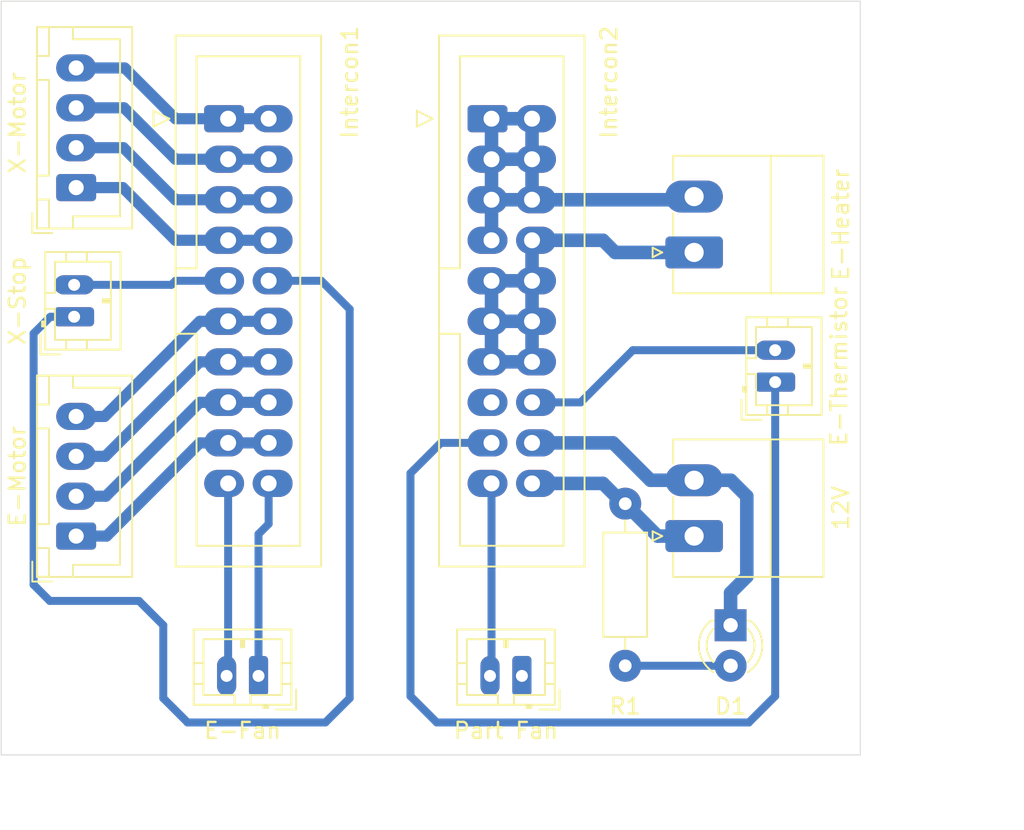
<source format=kicad_pcb>
(kicad_pcb (version 20171130) (host pcbnew "(5.1.7)-1")

  (general
    (thickness 1.6)
    (drawings 6)
    (tracks 87)
    (zones 0)
    (modules 14)
    (nets 23)
  )

  (page A4)
  (layers
    (0 F.Cu signal)
    (31 B.Cu signal)
    (32 B.Adhes user)
    (33 F.Adhes user)
    (34 B.Paste user)
    (35 F.Paste user)
    (36 B.SilkS user)
    (37 F.SilkS user)
    (38 B.Mask user)
    (39 F.Mask user)
    (40 Dwgs.User user)
    (41 Cmts.User user)
    (42 Eco1.User user)
    (43 Eco2.User user)
    (44 Edge.Cuts user)
    (45 Margin user)
    (46 B.CrtYd user)
    (47 F.CrtYd user)
    (48 B.Fab user)
    (49 F.Fab user)
  )

  (setup
    (last_trace_width 0.5)
    (trace_clearance 0.5)
    (zone_clearance 0.508)
    (zone_45_only no)
    (trace_min 0.2)
    (via_size 0.8)
    (via_drill 0.4)
    (via_min_size 0.4)
    (via_min_drill 0.3)
    (uvia_size 0.3)
    (uvia_drill 0.1)
    (uvias_allowed no)
    (uvia_min_size 0.2)
    (uvia_min_drill 0.1)
    (edge_width 0.05)
    (segment_width 0.2)
    (pcb_text_width 0.3)
    (pcb_text_size 1.5 1.5)
    (mod_edge_width 0.12)
    (mod_text_size 1 1)
    (mod_text_width 0.15)
    (pad_size 2 3.6)
    (pad_drill 1.2)
    (pad_to_mask_clearance 0)
    (aux_axis_origin 0 0)
    (visible_elements FFFFFF7F)
    (pcbplotparams
      (layerselection 0x010fc_ffffffff)
      (usegerberextensions false)
      (usegerberattributes true)
      (usegerberadvancedattributes true)
      (creategerberjobfile true)
      (excludeedgelayer true)
      (linewidth 0.100000)
      (plotframeref false)
      (viasonmask false)
      (mode 1)
      (useauxorigin false)
      (hpglpennumber 1)
      (hpglpenspeed 20)
      (hpglpendiameter 15.000000)
      (psnegative false)
      (psa4output false)
      (plotreference true)
      (plotvalue true)
      (plotinvisibletext false)
      (padsonsilk false)
      (subtractmaskfromsilk false)
      (outputformat 1)
      (mirror false)
      (drillshape 1)
      (scaleselection 1)
      (outputdirectory ""))
  )

  (net 0 "")
  (net 1 "Net-(D1-Pad2)")
  (net 2 GND)
  (net 3 "Net-(J1-Pad4)")
  (net 4 "Net-(J1-Pad3)")
  (net 5 "Net-(J1-Pad2)")
  (net 6 "Net-(J1-Pad1)")
  (net 7 "Net-(J2-Pad2)")
  (net 8 "Net-(J2-Pad1)")
  (net 9 "Net-(J3-Pad20)")
  (net 10 "Net-(J3-Pad17)")
  (net 11 "Net-(J3-Pad15)")
  (net 12 "Net-(J3-Pad13)")
  (net 13 "Net-(J3-Pad11)")
  (net 14 "Net-(J3-Pad19)")
  (net 15 "Net-(J6-Pad2)")
  (net 16 "Net-(J6-Pad1)")
  (net 17 +12V)
  (net 18 "Net-(J7-Pad16)")
  (net 19 "Net-(J7-Pad19)")
  (net 20 "Net-(J7-Pad17)")
  (net 21 "Net-(J8-Pad1)")
  (net 22 "Net-(J7-Pad15)")

  (net_class Default "This is the default net class."
    (clearance 0.5)
    (trace_width 0.5)
    (via_dia 0.8)
    (via_drill 0.4)
    (uvia_dia 0.3)
    (uvia_drill 0.1)
    (add_net "Net-(D1-Pad2)")
    (add_net "Net-(J2-Pad1)")
    (add_net "Net-(J2-Pad2)")
    (add_net "Net-(J3-Pad19)")
    (add_net "Net-(J3-Pad20)")
    (add_net "Net-(J7-Pad15)")
    (add_net "Net-(J7-Pad16)")
    (add_net "Net-(J7-Pad17)")
    (add_net "Net-(J7-Pad19)")
    (add_net "Net-(J8-Pad1)")
  )

  (net_class 12V ""
    (clearance 0.5)
    (trace_width 0.85)
    (via_dia 0.8)
    (via_drill 0.4)
    (uvia_dia 0.3)
    (uvia_drill 0.1)
    (add_net +12V)
    (add_net GND)
  )

  (net_class Heater ""
    (clearance 0.5)
    (trace_width 0.85)
    (via_dia 0.8)
    (via_drill 0.4)
    (uvia_dia 0.3)
    (uvia_drill 0.1)
    (add_net "Net-(J6-Pad1)")
    (add_net "Net-(J6-Pad2)")
  )

  (net_class Motor ""
    (clearance 0.5)
    (trace_width 0.7)
    (via_dia 0.8)
    (via_drill 0.4)
    (uvia_dia 0.3)
    (uvia_drill 0.1)
    (add_net "Net-(J1-Pad1)")
    (add_net "Net-(J1-Pad2)")
    (add_net "Net-(J1-Pad3)")
    (add_net "Net-(J1-Pad4)")
    (add_net "Net-(J3-Pad11)")
    (add_net "Net-(J3-Pad13)")
    (add_net "Net-(J3-Pad15)")
    (add_net "Net-(J3-Pad17)")
  )

  (module MountingHole:MountingHole_3.2mm_M3 (layer F.Cu) (tedit 6016D19F) (tstamp 601758CB)
    (at 93.98 28.448)
    (descr "Mounting Hole 3.2mm, no annular, M3")
    (tags "mounting hole 3.2mm no annular m3")
    (attr virtual)
    (fp_text reference REF** (at 0 -4.2) (layer F.SilkS) hide
      (effects (font (size 1 1) (thickness 0.15)))
    )
    (fp_text value MountingHole_3.2mm_M3 (at 0 4.2) (layer F.Fab) hide
      (effects (font (size 1 1) (thickness 0.15)))
    )
    (fp_circle (center 0 0) (end 3.45 0) (layer F.CrtYd) (width 0.05))
    (fp_circle (center 0 0) (end 3.2 0) (layer Cmts.User) (width 0.15))
    (fp_text user %R (at 0.3 0) (layer F.Fab)
      (effects (font (size 1 1) (thickness 0.15)))
    )
    (pad "" np_thru_hole circle (at 0 0) (size 3.2 3.2) (drill 3.2) (layers *.Cu *.Mask))
  )

  (module MountingHole:MountingHole_3.2mm_M3 (layer F.Cu) (tedit 6016D19F) (tstamp 601758A8)
    (at 48.26 67.564)
    (descr "Mounting Hole 3.2mm, no annular, M3")
    (tags "mounting hole 3.2mm no annular m3")
    (attr virtual)
    (fp_text reference REF** (at 0 -4.2) (layer F.SilkS) hide
      (effects (font (size 1 1) (thickness 0.15)))
    )
    (fp_text value MountingHole_3.2mm_M3 (at 0 4.2) (layer F.Fab) hide
      (effects (font (size 1 1) (thickness 0.15)))
    )
    (fp_text user %R (at 0.3 2.032) (layer F.Fab)
      (effects (font (size 1 1) (thickness 0.15)))
    )
    (fp_circle (center 0 0) (end 3.2 0) (layer Cmts.User) (width 0.15))
    (fp_circle (center 0 0) (end 3.45 0) (layer F.CrtYd) (width 0.05))
    (pad "" np_thru_hole circle (at 0 0) (size 3.2 3.2) (drill 3.2) (layers *.Cu *.Mask))
  )

  (module Connector_IDC:IDC-Header_2x10_P2.54mm_Vertical (layer F.Cu) (tedit 6016D398) (tstamp 6016F6C5)
    (at 58.42 31.75)
    (descr "Through hole IDC box header, 2x10, 2.54mm pitch, DIN 41651 / IEC 60603-13, double rows, https://docs.google.com/spreadsheets/d/16SsEcesNF15N3Lb4niX7dcUr-NY5_MFPQhobNuNppn4/edit#gid=0")
    (tags "Through hole vertical IDC box header THT 2x10 2.54mm double row")
    (path /6016C7E5)
    (fp_text reference J3 (at 1.27 -6.1) (layer F.SilkS) hide
      (effects (font (size 1 1) (thickness 0.15)))
    )
    (fp_text value Intercon1 (at 7.62 -2.286 90) (layer F.SilkS)
      (effects (font (size 1 1) (thickness 0.15)))
    )
    (fp_text user %R (at 1.27 11.43 90) (layer F.Fab)
      (effects (font (size 1 1) (thickness 0.15)))
    )
    (fp_line (start -3.18 -4.1) (end -2.18 -5.1) (layer F.Fab) (width 0.1))
    (fp_line (start -2.18 -5.1) (end 5.72 -5.1) (layer F.Fab) (width 0.1))
    (fp_line (start 5.72 -5.1) (end 5.72 27.96) (layer F.Fab) (width 0.1))
    (fp_line (start 5.72 27.96) (end -3.18 27.96) (layer F.Fab) (width 0.1))
    (fp_line (start -3.18 27.96) (end -3.18 -4.1) (layer F.Fab) (width 0.1))
    (fp_line (start -3.18 9.38) (end -1.98 9.38) (layer F.Fab) (width 0.1))
    (fp_line (start -1.98 9.38) (end -1.98 -3.91) (layer F.Fab) (width 0.1))
    (fp_line (start -1.98 -3.91) (end 4.52 -3.91) (layer F.Fab) (width 0.1))
    (fp_line (start 4.52 -3.91) (end 4.52 26.77) (layer F.Fab) (width 0.1))
    (fp_line (start 4.52 26.77) (end -1.98 26.77) (layer F.Fab) (width 0.1))
    (fp_line (start -1.98 26.77) (end -1.98 13.48) (layer F.Fab) (width 0.1))
    (fp_line (start -1.98 13.48) (end -1.98 13.48) (layer F.Fab) (width 0.1))
    (fp_line (start -1.98 13.48) (end -3.18 13.48) (layer F.Fab) (width 0.1))
    (fp_line (start -3.29 -5.21) (end 5.83 -5.21) (layer F.SilkS) (width 0.12))
    (fp_line (start 5.83 -5.21) (end 5.83 28.07) (layer F.SilkS) (width 0.12))
    (fp_line (start 5.83 28.07) (end -3.29 28.07) (layer F.SilkS) (width 0.12))
    (fp_line (start -3.29 28.07) (end -3.29 -5.21) (layer F.SilkS) (width 0.12))
    (fp_line (start -3.29 9.38) (end -1.98 9.38) (layer F.SilkS) (width 0.12))
    (fp_line (start -1.98 9.38) (end -1.98 -3.91) (layer F.SilkS) (width 0.12))
    (fp_line (start -1.98 -3.91) (end 4.52 -3.91) (layer F.SilkS) (width 0.12))
    (fp_line (start 4.52 -3.91) (end 4.52 26.77) (layer F.SilkS) (width 0.12))
    (fp_line (start 4.52 26.77) (end -1.98 26.77) (layer F.SilkS) (width 0.12))
    (fp_line (start -1.98 26.77) (end -1.98 13.48) (layer F.SilkS) (width 0.12))
    (fp_line (start -1.98 13.48) (end -1.98 13.48) (layer F.SilkS) (width 0.12))
    (fp_line (start -1.98 13.48) (end -3.29 13.48) (layer F.SilkS) (width 0.12))
    (fp_line (start -3.68 0) (end -4.68 -0.5) (layer F.SilkS) (width 0.12))
    (fp_line (start -4.68 -0.5) (end -4.68 0.5) (layer F.SilkS) (width 0.12))
    (fp_line (start -4.68 0.5) (end -3.68 0) (layer F.SilkS) (width 0.12))
    (fp_line (start -3.68 -5.6) (end -3.68 28.46) (layer F.CrtYd) (width 0.05))
    (fp_line (start -3.68 28.46) (end 6.22 28.46) (layer F.CrtYd) (width 0.05))
    (fp_line (start 6.22 28.46) (end 6.22 -5.6) (layer F.CrtYd) (width 0.05))
    (fp_line (start 6.22 -5.6) (end -3.68 -5.6) (layer F.CrtYd) (width 0.05))
    (pad 20 thru_hole oval (at 2.54 22.86) (size 2.5 1.7) (drill 1 (offset 0.25 0)) (layers *.Cu *.Mask)
      (net 9 "Net-(J3-Pad20)"))
    (pad 18 thru_hole oval (at 2.54 20.32) (size 2.5 1.7) (drill 1 (offset 0.25 0)) (layers *.Cu *.Mask)
      (net 10 "Net-(J3-Pad17)"))
    (pad 16 thru_hole oval (at 2.54 17.78) (size 2.5 1.7) (drill 1 (offset 0.25 0)) (layers *.Cu *.Mask)
      (net 11 "Net-(J3-Pad15)"))
    (pad 14 thru_hole oval (at 2.54 15.24) (size 2.5 1.7) (drill 1 (offset 0.25 0)) (layers *.Cu *.Mask)
      (net 12 "Net-(J3-Pad13)"))
    (pad 12 thru_hole oval (at 2.54 12.7) (size 2.5 1.7) (drill 1 (offset 0.25 0)) (layers *.Cu *.Mask)
      (net 13 "Net-(J3-Pad11)"))
    (pad 10 thru_hole oval (at 2.54 10.16) (size 2.5 1.7) (drill 1 (offset 0.25 0)) (layers *.Cu *.Mask)
      (net 8 "Net-(J2-Pad1)"))
    (pad 8 thru_hole oval (at 2.54 7.62) (size 2.5 1.7) (drill 1 (offset 0.25 0)) (layers *.Cu *.Mask)
      (net 6 "Net-(J1-Pad1)"))
    (pad 6 thru_hole oval (at 2.54 5.08) (size 2.5 1.7) (drill 1 (offset 0.25 0)) (layers *.Cu *.Mask)
      (net 5 "Net-(J1-Pad2)"))
    (pad 4 thru_hole oval (at 2.54 2.54) (size 2.5 1.7) (drill 1 (offset 0.25 0)) (layers *.Cu *.Mask)
      (net 4 "Net-(J1-Pad3)"))
    (pad 2 thru_hole oval (at 2.54 0) (size 2.5 1.7) (drill 1 (offset 0.25 0)) (layers *.Cu *.Mask)
      (net 3 "Net-(J1-Pad4)"))
    (pad 19 thru_hole oval (at 0 22.86) (size 2.5 1.7) (drill 1 (offset -0.25 0)) (layers *.Cu *.Mask)
      (net 14 "Net-(J3-Pad19)"))
    (pad 17 thru_hole oval (at 0 20.32) (size 2.5 1.7) (drill 1 (offset -0.25 0)) (layers *.Cu *.Mask)
      (net 10 "Net-(J3-Pad17)"))
    (pad 15 thru_hole oval (at 0 17.78) (size 2.5 1.7) (drill 1 (offset -0.25 0)) (layers *.Cu *.Mask)
      (net 11 "Net-(J3-Pad15)"))
    (pad 13 thru_hole oval (at 0 15.24) (size 2.5 1.7) (drill 1 (offset -0.25 0)) (layers *.Cu *.Mask)
      (net 12 "Net-(J3-Pad13)"))
    (pad 11 thru_hole oval (at 0 12.7) (size 2.5 1.7) (drill 1 (offset -0.25 0)) (layers *.Cu *.Mask)
      (net 13 "Net-(J3-Pad11)"))
    (pad 9 thru_hole oval (at 0 10.16) (size 2.5 1.7) (drill 1 (offset -0.25 0)) (layers *.Cu *.Mask)
      (net 7 "Net-(J2-Pad2)"))
    (pad 7 thru_hole oval (at 0 7.62) (size 2.5 1.7) (drill 1 (offset -0.25 0)) (layers *.Cu *.Mask)
      (net 6 "Net-(J1-Pad1)"))
    (pad 5 thru_hole oval (at 0 5.08) (size 2.5 1.7) (drill 1 (offset -0.25 0)) (layers *.Cu *.Mask)
      (net 5 "Net-(J1-Pad2)"))
    (pad 3 thru_hole oval (at 0 2.54) (size 2.5 1.7) (drill 1 (offset -0.25 0)) (layers *.Cu *.Mask)
      (net 4 "Net-(J1-Pad3)"))
    (pad 1 thru_hole roundrect (at 0 0) (size 2.5 1.7) (drill 1 (offset -0.25 0)) (layers *.Cu *.Mask) (roundrect_rratio 0.147)
      (net 3 "Net-(J1-Pad4)"))
    (model ${KISYS3DMOD}/Connector_IDC.3dshapes/IDC-Header_2x10_P2.54mm_Vertical.wrl
      (at (xyz 0 0 0))
      (scale (xyz 1 1 1))
      (rotate (xyz 0 0 0))
    )
  )

  (module Connector_JST:JST_XH_B4B-XH-A_1x04_P2.50mm_Vertical (layer F.Cu) (tedit 6016D42B) (tstamp 6016F71A)
    (at 48.895 57.912 90)
    (descr "JST XH series connector, B4B-XH-A (http://www.jst-mfg.com/product/pdf/eng/eXH.pdf), generated with kicad-footprint-generator")
    (tags "connector JST XH vertical")
    (path /601707B7)
    (fp_text reference J5 (at 3.75 -3.55 90) (layer F.SilkS) hide
      (effects (font (size 1 1) (thickness 0.15)))
    )
    (fp_text value E-Motor (at 3.75 -3.683 90) (layer F.SilkS)
      (effects (font (size 1 1) (thickness 0.15)))
    )
    (fp_text user %R (at 3.75 2.7 90) (layer F.Fab)
      (effects (font (size 1 1) (thickness 0.15)))
    )
    (fp_line (start -2.45 -2.35) (end -2.45 3.4) (layer F.Fab) (width 0.1))
    (fp_line (start -2.45 3.4) (end 9.95 3.4) (layer F.Fab) (width 0.1))
    (fp_line (start 9.95 3.4) (end 9.95 -2.35) (layer F.Fab) (width 0.1))
    (fp_line (start 9.95 -2.35) (end -2.45 -2.35) (layer F.Fab) (width 0.1))
    (fp_line (start -2.56 -2.46) (end -2.56 3.51) (layer F.SilkS) (width 0.12))
    (fp_line (start -2.56 3.51) (end 10.06 3.51) (layer F.SilkS) (width 0.12))
    (fp_line (start 10.06 3.51) (end 10.06 -2.46) (layer F.SilkS) (width 0.12))
    (fp_line (start 10.06 -2.46) (end -2.56 -2.46) (layer F.SilkS) (width 0.12))
    (fp_line (start -2.95 -2.85) (end -2.95 3.9) (layer F.CrtYd) (width 0.05))
    (fp_line (start -2.95 3.9) (end 10.45 3.9) (layer F.CrtYd) (width 0.05))
    (fp_line (start 10.45 3.9) (end 10.45 -2.85) (layer F.CrtYd) (width 0.05))
    (fp_line (start 10.45 -2.85) (end -2.95 -2.85) (layer F.CrtYd) (width 0.05))
    (fp_line (start -0.625 -2.35) (end 0 -1.35) (layer F.Fab) (width 0.1))
    (fp_line (start 0 -1.35) (end 0.625 -2.35) (layer F.Fab) (width 0.1))
    (fp_line (start 0.75 -2.45) (end 0.75 -1.7) (layer F.SilkS) (width 0.12))
    (fp_line (start 0.75 -1.7) (end 6.75 -1.7) (layer F.SilkS) (width 0.12))
    (fp_line (start 6.75 -1.7) (end 6.75 -2.45) (layer F.SilkS) (width 0.12))
    (fp_line (start 6.75 -2.45) (end 0.75 -2.45) (layer F.SilkS) (width 0.12))
    (fp_line (start -2.55 -2.45) (end -2.55 -1.7) (layer F.SilkS) (width 0.12))
    (fp_line (start -2.55 -1.7) (end -0.75 -1.7) (layer F.SilkS) (width 0.12))
    (fp_line (start -0.75 -1.7) (end -0.75 -2.45) (layer F.SilkS) (width 0.12))
    (fp_line (start -0.75 -2.45) (end -2.55 -2.45) (layer F.SilkS) (width 0.12))
    (fp_line (start 8.25 -2.45) (end 8.25 -1.7) (layer F.SilkS) (width 0.12))
    (fp_line (start 8.25 -1.7) (end 10.05 -1.7) (layer F.SilkS) (width 0.12))
    (fp_line (start 10.05 -1.7) (end 10.05 -2.45) (layer F.SilkS) (width 0.12))
    (fp_line (start 10.05 -2.45) (end 8.25 -2.45) (layer F.SilkS) (width 0.12))
    (fp_line (start -2.55 -0.2) (end -1.8 -0.2) (layer F.SilkS) (width 0.12))
    (fp_line (start -1.8 -0.2) (end -1.8 2.75) (layer F.SilkS) (width 0.12))
    (fp_line (start -1.8 2.75) (end 3.75 2.75) (layer F.SilkS) (width 0.12))
    (fp_line (start 10.05 -0.2) (end 9.3 -0.2) (layer F.SilkS) (width 0.12))
    (fp_line (start 9.3 -0.2) (end 9.3 2.75) (layer F.SilkS) (width 0.12))
    (fp_line (start 9.3 2.75) (end 3.75 2.75) (layer F.SilkS) (width 0.12))
    (fp_line (start -1.6 -2.75) (end -2.85 -2.75) (layer F.SilkS) (width 0.12))
    (fp_line (start -2.85 -2.75) (end -2.85 -1.5) (layer F.SilkS) (width 0.12))
    (pad 4 thru_hole oval (at 7.5 0 90) (size 1.7 2.5) (drill 0.95) (layers *.Cu *.Mask)
      (net 13 "Net-(J3-Pad11)"))
    (pad 3 thru_hole oval (at 5 0 90) (size 1.7 2.5) (drill 0.95) (layers *.Cu *.Mask)
      (net 12 "Net-(J3-Pad13)"))
    (pad 2 thru_hole oval (at 2.5 0 90) (size 1.7 2.5) (drill 0.95) (layers *.Cu *.Mask)
      (net 11 "Net-(J3-Pad15)"))
    (pad 1 thru_hole roundrect (at 0 0 90) (size 1.7 2.5) (drill 0.95) (layers *.Cu *.Mask) (roundrect_rratio 0.147)
      (net 10 "Net-(J3-Pad17)"))
    (model ${KISYS3DMOD}/Connector_JST.3dshapes/JST_XH_B4B-XH-A_1x04_P2.50mm_Vertical.wrl
      (at (xyz 0 0 0))
      (scale (xyz 1 1 1))
      (rotate (xyz 0 0 0))
    )
  )

  (module Connector_JST:JST_PH_B2B-PH-K_1x02_P2.00mm_Vertical (layer F.Cu) (tedit 6016D446) (tstamp 6016F7C2)
    (at 92.71 48.26 90)
    (descr "JST PH series connector, B2B-PH-K (http://www.jst-mfg.com/product/pdf/eng/ePH.pdf), generated with kicad-footprint-generator")
    (tags "connector JST PH side entry")
    (path /601729E5)
    (fp_text reference J9 (at 1 -2.9 90) (layer F.SilkS) hide
      (effects (font (size 1 1) (thickness 0.15)))
    )
    (fp_text value E-Thermistor (at 1 4 90) (layer F.SilkS)
      (effects (font (size 1 1) (thickness 0.15)))
    )
    (fp_text user %R (at 1 1.5 90) (layer F.Fab)
      (effects (font (size 1 1) (thickness 0.15)))
    )
    (fp_line (start -2.06 -1.81) (end -2.06 2.91) (layer F.SilkS) (width 0.12))
    (fp_line (start -2.06 2.91) (end 4.06 2.91) (layer F.SilkS) (width 0.12))
    (fp_line (start 4.06 2.91) (end 4.06 -1.81) (layer F.SilkS) (width 0.12))
    (fp_line (start 4.06 -1.81) (end -2.06 -1.81) (layer F.SilkS) (width 0.12))
    (fp_line (start -0.3 -1.81) (end -0.3 -2.01) (layer F.SilkS) (width 0.12))
    (fp_line (start -0.3 -2.01) (end -0.6 -2.01) (layer F.SilkS) (width 0.12))
    (fp_line (start -0.6 -2.01) (end -0.6 -1.81) (layer F.SilkS) (width 0.12))
    (fp_line (start -0.3 -1.91) (end -0.6 -1.91) (layer F.SilkS) (width 0.12))
    (fp_line (start 0.5 -1.81) (end 0.5 -1.2) (layer F.SilkS) (width 0.12))
    (fp_line (start 0.5 -1.2) (end -1.45 -1.2) (layer F.SilkS) (width 0.12))
    (fp_line (start -1.45 -1.2) (end -1.45 2.3) (layer F.SilkS) (width 0.12))
    (fp_line (start -1.45 2.3) (end 3.45 2.3) (layer F.SilkS) (width 0.12))
    (fp_line (start 3.45 2.3) (end 3.45 -1.2) (layer F.SilkS) (width 0.12))
    (fp_line (start 3.45 -1.2) (end 1.5 -1.2) (layer F.SilkS) (width 0.12))
    (fp_line (start 1.5 -1.2) (end 1.5 -1.81) (layer F.SilkS) (width 0.12))
    (fp_line (start -2.06 -0.5) (end -1.45 -0.5) (layer F.SilkS) (width 0.12))
    (fp_line (start -2.06 0.8) (end -1.45 0.8) (layer F.SilkS) (width 0.12))
    (fp_line (start 4.06 -0.5) (end 3.45 -0.5) (layer F.SilkS) (width 0.12))
    (fp_line (start 4.06 0.8) (end 3.45 0.8) (layer F.SilkS) (width 0.12))
    (fp_line (start 0.9 2.3) (end 0.9 1.8) (layer F.SilkS) (width 0.12))
    (fp_line (start 0.9 1.8) (end 1.1 1.8) (layer F.SilkS) (width 0.12))
    (fp_line (start 1.1 1.8) (end 1.1 2.3) (layer F.SilkS) (width 0.12))
    (fp_line (start 1 2.3) (end 1 1.8) (layer F.SilkS) (width 0.12))
    (fp_line (start -1.11 -2.11) (end -2.36 -2.11) (layer F.SilkS) (width 0.12))
    (fp_line (start -2.36 -2.11) (end -2.36 -0.86) (layer F.SilkS) (width 0.12))
    (fp_line (start -1.11 -2.11) (end -2.36 -2.11) (layer F.Fab) (width 0.1))
    (fp_line (start -2.36 -2.11) (end -2.36 -0.86) (layer F.Fab) (width 0.1))
    (fp_line (start -1.95 -1.7) (end -1.95 2.8) (layer F.Fab) (width 0.1))
    (fp_line (start -1.95 2.8) (end 3.95 2.8) (layer F.Fab) (width 0.1))
    (fp_line (start 3.95 2.8) (end 3.95 -1.7) (layer F.Fab) (width 0.1))
    (fp_line (start 3.95 -1.7) (end -1.95 -1.7) (layer F.Fab) (width 0.1))
    (fp_line (start -2.45 -2.2) (end -2.45 3.3) (layer F.CrtYd) (width 0.05))
    (fp_line (start -2.45 3.3) (end 4.45 3.3) (layer F.CrtYd) (width 0.05))
    (fp_line (start 4.45 3.3) (end 4.45 -2.2) (layer F.CrtYd) (width 0.05))
    (fp_line (start 4.45 -2.2) (end -2.45 -2.2) (layer F.CrtYd) (width 0.05))
    (pad 2 thru_hole oval (at 2 0 90) (size 1.2 2.5) (drill 0.75) (layers *.Cu *.Mask)
      (net 18 "Net-(J7-Pad16)"))
    (pad 1 thru_hole roundrect (at 0 0 90) (size 1.2 2.5) (drill 0.75) (layers *.Cu *.Mask) (roundrect_rratio 0.208)
      (net 20 "Net-(J7-Pad17)"))
    (model ${KISYS3DMOD}/Connector_JST.3dshapes/JST_PH_B2B-PH-K_1x02_P2.00mm_Vertical.wrl
      (at (xyz 0 0 0))
      (scale (xyz 1 1 1))
      (rotate (xyz 0 0 0))
    )
  )

  (module Resistor_THT:R_Axial_DIN0207_L6.3mm_D2.5mm_P10.16mm_Horizontal (layer F.Cu) (tedit 6016D482) (tstamp 6016F7F4)
    (at 83.312 55.88 270)
    (descr "Resistor, Axial_DIN0207 series, Axial, Horizontal, pin pitch=10.16mm, 0.25W = 1/4W, length*diameter=6.3*2.5mm^2, http://cdn-reichelt.de/documents/datenblatt/B400/1_4W%23YAG.pdf")
    (tags "Resistor Axial_DIN0207 series Axial Horizontal pin pitch 10.16mm 0.25W = 1/4W length 6.3mm diameter 2.5mm")
    (path /601BC318)
    (fp_text reference R1 (at 12.7 0 180) (layer F.SilkS)
      (effects (font (size 1 1) (thickness 0.15)))
    )
    (fp_text value 470 (at 5.08 2.37 90) (layer F.Fab)
      (effects (font (size 1 1) (thickness 0.15)))
    )
    (fp_text user %R (at 5.08 0 90) (layer F.Fab)
      (effects (font (size 1 1) (thickness 0.15)))
    )
    (fp_line (start 1.93 -1.25) (end 1.93 1.25) (layer F.Fab) (width 0.1))
    (fp_line (start 1.93 1.25) (end 8.23 1.25) (layer F.Fab) (width 0.1))
    (fp_line (start 8.23 1.25) (end 8.23 -1.25) (layer F.Fab) (width 0.1))
    (fp_line (start 8.23 -1.25) (end 1.93 -1.25) (layer F.Fab) (width 0.1))
    (fp_line (start 0 0) (end 1.93 0) (layer F.Fab) (width 0.1))
    (fp_line (start 10.16 0) (end 8.23 0) (layer F.Fab) (width 0.1))
    (fp_line (start 1.81 -1.37) (end 1.81 1.37) (layer F.SilkS) (width 0.12))
    (fp_line (start 1.81 1.37) (end 8.35 1.37) (layer F.SilkS) (width 0.12))
    (fp_line (start 8.35 1.37) (end 8.35 -1.37) (layer F.SilkS) (width 0.12))
    (fp_line (start 8.35 -1.37) (end 1.81 -1.37) (layer F.SilkS) (width 0.12))
    (fp_line (start 1.04 0) (end 1.81 0) (layer F.SilkS) (width 0.12))
    (fp_line (start 9.12 0) (end 8.35 0) (layer F.SilkS) (width 0.12))
    (fp_line (start -1.05 -1.5) (end -1.05 1.5) (layer F.CrtYd) (width 0.05))
    (fp_line (start -1.05 1.5) (end 11.21 1.5) (layer F.CrtYd) (width 0.05))
    (fp_line (start 11.21 1.5) (end 11.21 -1.5) (layer F.CrtYd) (width 0.05))
    (fp_line (start 11.21 -1.5) (end -1.05 -1.5) (layer F.CrtYd) (width 0.05))
    (pad 2 thru_hole oval (at 10.16 0 270) (size 2 2) (drill 0.8) (layers *.Cu *.Mask)
      (net 1 "Net-(D1-Pad2)"))
    (pad 1 thru_hole circle (at 0 0 270) (size 2 2) (drill 0.8) (layers *.Cu *.Mask)
      (net 17 +12V))
    (model ${KISYS3DMOD}/Resistor_THT.3dshapes/R_Axial_DIN0207_L6.3mm_D2.5mm_P10.16mm_Horizontal.wrl
      (at (xyz 0 0 0))
      (scale (xyz 1 1 1))
      (rotate (xyz 0 0 0))
    )
  )

  (module Connector_Phoenix_MC:PhoenixContact_MC_1,5_2-G-3.5_1x02_P3.50mm_Horizontal (layer F.Cu) (tedit 6016D4A7) (tstamp 6016F7DD)
    (at 87.63 57.912 90)
    (descr "Generic Phoenix Contact connector footprint for: MC_1,5/2-G-3.5; number of pins: 02; pin pitch: 3.50mm; Angled || order number: 1844210 8A 160V")
    (tags "phoenix_contact connector MC_01x02_G_3.5mm")
    (path /6017318E)
    (fp_text reference J10 (at 1.75 -3 90) (layer F.SilkS) hide
      (effects (font (size 1 1) (thickness 0.15)))
    )
    (fp_text value 12V (at 1.75 9.2 90) (layer F.SilkS)
      (effects (font (size 1 1) (thickness 0.15)))
    )
    (fp_text user %R (at 1.75 -0.5 90) (layer F.Fab)
      (effects (font (size 1 1) (thickness 0.15)))
    )
    (fp_line (start -2.56 -1.31) (end -2.56 8.11) (layer F.SilkS) (width 0.12))
    (fp_line (start -2.56 8.11) (end 6.06 8.11) (layer F.SilkS) (width 0.12))
    (fp_line (start 6.06 8.11) (end 6.06 -1.31) (layer F.SilkS) (width 0.12))
    (fp_line (start -2.56 -1.31) (end -1.05 -1.31) (layer F.SilkS) (width 0.12))
    (fp_line (start 6.06 -1.31) (end 4.55 -1.31) (layer F.SilkS) (width 0.12))
    (fp_line (start 1.05 -1.31) (end 2.45 -1.31) (layer F.SilkS) (width 0.12))
    (fp_line (start -2.45 -1.2) (end -2.45 8) (layer F.Fab) (width 0.1))
    (fp_line (start -2.45 8) (end 5.95 8) (layer F.Fab) (width 0.1))
    (fp_line (start 5.95 8) (end 5.95 -1.2) (layer F.Fab) (width 0.1))
    (fp_line (start 5.95 -1.2) (end -2.45 -1.2) (layer F.Fab) (width 0.1))
    (fp_line (start -2.56 4.8) (end 6.06 4.8) (layer F.SilkS) (width 0.12))
    (fp_line (start -3.06 -2.3) (end -3.06 8.5) (layer F.CrtYd) (width 0.05))
    (fp_line (start -3.06 8.5) (end 6.45 8.5) (layer F.CrtYd) (width 0.05))
    (fp_line (start 6.45 8.5) (end 6.45 -2.3) (layer F.CrtYd) (width 0.05))
    (fp_line (start 6.45 -2.3) (end -3.06 -2.3) (layer F.CrtYd) (width 0.05))
    (fp_line (start 0.3 -2.6) (end 0 -2) (layer F.SilkS) (width 0.12))
    (fp_line (start 0 -2) (end -0.3 -2.6) (layer F.SilkS) (width 0.12))
    (fp_line (start -0.3 -2.6) (end 0.3 -2.6) (layer F.SilkS) (width 0.12))
    (fp_line (start 0.8 -1.2) (end 0 0) (layer F.Fab) (width 0.1))
    (fp_line (start 0 0) (end -0.8 -1.2) (layer F.Fab) (width 0.1))
    (pad 2 thru_hole oval (at 3.5 0 90) (size 2 3.6) (drill 1.2) (layers *.Cu *.Mask)
      (net 2 GND))
    (pad 1 thru_hole roundrect (at 0 0 90) (size 2 3.6) (drill 1.2) (layers *.Cu *.Mask) (roundrect_rratio 0.139)
      (net 17 +12V))
    (model ${KISYS3DMOD}/Connector_Phoenix_MC.3dshapes/PhoenixContact_MC_1,5_2-G-3.5_1x02_P3.50mm_Horizontal.wrl
      (at (xyz 0 0 0))
      (scale (xyz 1 1 1))
      (rotate (xyz 0 0 0))
    )
  )

  (module Connector_JST:JST_PH_B2B-PH-K_1x02_P2.00mm_Vertical (layer F.Cu) (tedit 6016D463) (tstamp 60170955)
    (at 76.835 66.675 180)
    (descr "JST PH series connector, B2B-PH-K (http://www.jst-mfg.com/product/pdf/eng/ePH.pdf), generated with kicad-footprint-generator")
    (tags "connector JST PH side entry")
    (path /60172587)
    (fp_text reference J8 (at 1 -2.9) (layer F.SilkS) hide
      (effects (font (size 1 1) (thickness 0.15)))
    )
    (fp_text value "Part Fan" (at 1 -3.429) (layer F.SilkS)
      (effects (font (size 1 1) (thickness 0.15)))
    )
    (fp_text user %R (at 1 1.5) (layer F.Fab)
      (effects (font (size 1 1) (thickness 0.15)))
    )
    (fp_line (start -2.06 -1.81) (end -2.06 2.91) (layer F.SilkS) (width 0.12))
    (fp_line (start -2.06 2.91) (end 4.06 2.91) (layer F.SilkS) (width 0.12))
    (fp_line (start 4.06 2.91) (end 4.06 -1.81) (layer F.SilkS) (width 0.12))
    (fp_line (start 4.06 -1.81) (end -2.06 -1.81) (layer F.SilkS) (width 0.12))
    (fp_line (start -0.3 -1.81) (end -0.3 -2.01) (layer F.SilkS) (width 0.12))
    (fp_line (start -0.3 -2.01) (end -0.6 -2.01) (layer F.SilkS) (width 0.12))
    (fp_line (start -0.6 -2.01) (end -0.6 -1.81) (layer F.SilkS) (width 0.12))
    (fp_line (start -0.3 -1.91) (end -0.6 -1.91) (layer F.SilkS) (width 0.12))
    (fp_line (start 0.5 -1.81) (end 0.5 -1.2) (layer F.SilkS) (width 0.12))
    (fp_line (start 0.5 -1.2) (end -1.45 -1.2) (layer F.SilkS) (width 0.12))
    (fp_line (start -1.45 -1.2) (end -1.45 2.3) (layer F.SilkS) (width 0.12))
    (fp_line (start -1.45 2.3) (end 3.45 2.3) (layer F.SilkS) (width 0.12))
    (fp_line (start 3.45 2.3) (end 3.45 -1.2) (layer F.SilkS) (width 0.12))
    (fp_line (start 3.45 -1.2) (end 1.5 -1.2) (layer F.SilkS) (width 0.12))
    (fp_line (start 1.5 -1.2) (end 1.5 -1.81) (layer F.SilkS) (width 0.12))
    (fp_line (start -2.06 -0.5) (end -1.45 -0.5) (layer F.SilkS) (width 0.12))
    (fp_line (start -2.06 0.8) (end -1.45 0.8) (layer F.SilkS) (width 0.12))
    (fp_line (start 4.06 -0.5) (end 3.45 -0.5) (layer F.SilkS) (width 0.12))
    (fp_line (start 4.06 0.8) (end 3.45 0.8) (layer F.SilkS) (width 0.12))
    (fp_line (start 0.9 2.3) (end 0.9 1.8) (layer F.SilkS) (width 0.12))
    (fp_line (start 0.9 1.8) (end 1.1 1.8) (layer F.SilkS) (width 0.12))
    (fp_line (start 1.1 1.8) (end 1.1 2.3) (layer F.SilkS) (width 0.12))
    (fp_line (start 1 2.3) (end 1 1.8) (layer F.SilkS) (width 0.12))
    (fp_line (start -1.11 -2.11) (end -2.36 -2.11) (layer F.SilkS) (width 0.12))
    (fp_line (start -2.36 -2.11) (end -2.36 -0.86) (layer F.SilkS) (width 0.12))
    (fp_line (start -1.11 -2.11) (end -2.36 -2.11) (layer F.Fab) (width 0.1))
    (fp_line (start -2.36 -2.11) (end -2.36 -0.86) (layer F.Fab) (width 0.1))
    (fp_line (start -1.95 -1.7) (end -1.95 2.8) (layer F.Fab) (width 0.1))
    (fp_line (start -1.95 2.8) (end 3.95 2.8) (layer F.Fab) (width 0.1))
    (fp_line (start 3.95 2.8) (end 3.95 -1.7) (layer F.Fab) (width 0.1))
    (fp_line (start 3.95 -1.7) (end -1.95 -1.7) (layer F.Fab) (width 0.1))
    (fp_line (start -2.45 -2.2) (end -2.45 3.3) (layer F.CrtYd) (width 0.05))
    (fp_line (start -2.45 3.3) (end 4.45 3.3) (layer F.CrtYd) (width 0.05))
    (fp_line (start 4.45 3.3) (end 4.45 -2.2) (layer F.CrtYd) (width 0.05))
    (fp_line (start 4.45 -2.2) (end -2.45 -2.2) (layer F.CrtYd) (width 0.05))
    (pad 2 thru_hole oval (at 2 0 180) (size 1.2 2.5) (drill 0.75) (layers *.Cu *.Mask)
      (net 19 "Net-(J7-Pad19)"))
    (pad 1 thru_hole roundrect (at 0 0 180) (size 1.2 2.5) (drill 0.75) (layers *.Cu *.Mask) (roundrect_rratio 0.208)
      (net 21 "Net-(J8-Pad1)"))
    (model ${KISYS3DMOD}/Connector_JST.3dshapes/JST_PH_B2B-PH-K_1x02_P2.00mm_Vertical.wrl
      (at (xyz 0 0 0))
      (scale (xyz 1 1 1))
      (rotate (xyz 0 0 0))
    )
  )

  (module Connector_IDC:IDC-Header_2x10_P2.54mm_Vertical (layer F.Cu) (tedit 6016D38B) (tstamp 6016F76E)
    (at 74.93 31.75)
    (descr "Through hole IDC box header, 2x10, 2.54mm pitch, DIN 41651 / IEC 60603-13, double rows, https://docs.google.com/spreadsheets/d/16SsEcesNF15N3Lb4niX7dcUr-NY5_MFPQhobNuNppn4/edit#gid=0")
    (tags "Through hole vertical IDC box header THT 2x10 2.54mm double row")
    (path /6016ECCC)
    (fp_text reference J7 (at 1.27 -6.1) (layer F.SilkS) hide
      (effects (font (size 1 1) (thickness 0.15)))
    )
    (fp_text value Intercon2 (at 7.366 -2.286 90) (layer F.SilkS)
      (effects (font (size 1 1) (thickness 0.15)))
    )
    (fp_text user %R (at 1.27 11.43 90) (layer F.Fab)
      (effects (font (size 1 1) (thickness 0.15)))
    )
    (fp_line (start -3.18 -4.1) (end -2.18 -5.1) (layer F.Fab) (width 0.1))
    (fp_line (start -2.18 -5.1) (end 5.72 -5.1) (layer F.Fab) (width 0.1))
    (fp_line (start 5.72 -5.1) (end 5.72 27.96) (layer F.Fab) (width 0.1))
    (fp_line (start 5.72 27.96) (end -3.18 27.96) (layer F.Fab) (width 0.1))
    (fp_line (start -3.18 27.96) (end -3.18 -4.1) (layer F.Fab) (width 0.1))
    (fp_line (start -3.18 9.38) (end -1.98 9.38) (layer F.Fab) (width 0.1))
    (fp_line (start -1.98 9.38) (end -1.98 -3.91) (layer F.Fab) (width 0.1))
    (fp_line (start -1.98 -3.91) (end 4.52 -3.91) (layer F.Fab) (width 0.1))
    (fp_line (start 4.52 -3.91) (end 4.52 26.77) (layer F.Fab) (width 0.1))
    (fp_line (start 4.52 26.77) (end -1.98 26.77) (layer F.Fab) (width 0.1))
    (fp_line (start -1.98 26.77) (end -1.98 13.48) (layer F.Fab) (width 0.1))
    (fp_line (start -1.98 13.48) (end -1.98 13.48) (layer F.Fab) (width 0.1))
    (fp_line (start -1.98 13.48) (end -3.18 13.48) (layer F.Fab) (width 0.1))
    (fp_line (start -3.29 -5.21) (end 5.83 -5.21) (layer F.SilkS) (width 0.12))
    (fp_line (start 5.83 -5.21) (end 5.83 28.07) (layer F.SilkS) (width 0.12))
    (fp_line (start 5.83 28.07) (end -3.29 28.07) (layer F.SilkS) (width 0.12))
    (fp_line (start -3.29 28.07) (end -3.29 -5.21) (layer F.SilkS) (width 0.12))
    (fp_line (start -3.29 9.38) (end -1.98 9.38) (layer F.SilkS) (width 0.12))
    (fp_line (start -1.98 9.38) (end -1.98 -3.91) (layer F.SilkS) (width 0.12))
    (fp_line (start -1.98 -3.91) (end 4.52 -3.91) (layer F.SilkS) (width 0.12))
    (fp_line (start 4.52 -3.91) (end 4.52 26.77) (layer F.SilkS) (width 0.12))
    (fp_line (start 4.52 26.77) (end -1.98 26.77) (layer F.SilkS) (width 0.12))
    (fp_line (start -1.98 26.77) (end -1.98 13.48) (layer F.SilkS) (width 0.12))
    (fp_line (start -1.98 13.48) (end -1.98 13.48) (layer F.SilkS) (width 0.12))
    (fp_line (start -1.98 13.48) (end -3.29 13.48) (layer F.SilkS) (width 0.12))
    (fp_line (start -3.68 0) (end -4.68 -0.5) (layer F.SilkS) (width 0.12))
    (fp_line (start -4.68 -0.5) (end -4.68 0.5) (layer F.SilkS) (width 0.12))
    (fp_line (start -4.68 0.5) (end -3.68 0) (layer F.SilkS) (width 0.12))
    (fp_line (start -3.68 -5.6) (end -3.68 28.46) (layer F.CrtYd) (width 0.05))
    (fp_line (start -3.68 28.46) (end 6.22 28.46) (layer F.CrtYd) (width 0.05))
    (fp_line (start 6.22 28.46) (end 6.22 -5.6) (layer F.CrtYd) (width 0.05))
    (fp_line (start 6.22 -5.6) (end -3.68 -5.6) (layer F.CrtYd) (width 0.05))
    (pad 20 thru_hole oval (at 2.54 22.86) (size 2.5 1.7) (drill 1 (offset 0.25 0)) (layers *.Cu *.Mask)
      (net 17 +12V))
    (pad 18 thru_hole oval (at 2.54 20.32) (size 2.5 1.7) (drill 1 (offset 0.25 0)) (layers *.Cu *.Mask)
      (net 2 GND))
    (pad 16 thru_hole oval (at 2.54 17.78) (size 2.5 1.7) (drill 1 (offset 0.25 0)) (layers *.Cu *.Mask)
      (net 18 "Net-(J7-Pad16)"))
    (pad 14 thru_hole oval (at 2.54 15.24) (size 2.5 1.7) (drill 1 (offset 0.25 0)) (layers *.Cu *.Mask)
      (net 16 "Net-(J6-Pad1)"))
    (pad 12 thru_hole oval (at 2.54 12.7) (size 2.5 1.7) (drill 1 (offset 0.25 0)) (layers *.Cu *.Mask)
      (net 16 "Net-(J6-Pad1)"))
    (pad 10 thru_hole oval (at 2.54 10.16) (size 2.5 1.7) (drill 1 (offset 0.25 0)) (layers *.Cu *.Mask)
      (net 16 "Net-(J6-Pad1)"))
    (pad 8 thru_hole oval (at 2.54 7.62) (size 2.5 1.7) (drill 1 (offset 0.25 0)) (layers *.Cu *.Mask)
      (net 16 "Net-(J6-Pad1)"))
    (pad 6 thru_hole oval (at 2.54 5.08) (size 2.5 1.7) (drill 1 (offset 0.25 0)) (layers *.Cu *.Mask)
      (net 15 "Net-(J6-Pad2)"))
    (pad 4 thru_hole oval (at 2.54 2.54) (size 2.5 1.7) (drill 1 (offset 0.25 0)) (layers *.Cu *.Mask)
      (net 15 "Net-(J6-Pad2)"))
    (pad 2 thru_hole oval (at 2.54 0) (size 2.5 1.7) (drill 1 (offset 0.25 0)) (layers *.Cu *.Mask)
      (net 15 "Net-(J6-Pad2)"))
    (pad 19 thru_hole oval (at 0 22.86) (size 2.5 1.7) (drill 1 (offset -0.25 0)) (layers *.Cu *.Mask)
      (net 19 "Net-(J7-Pad19)"))
    (pad 17 thru_hole oval (at 0 20.32) (size 2.5 1.7) (drill 1 (offset -0.25 0)) (layers *.Cu *.Mask)
      (net 20 "Net-(J7-Pad17)"))
    (pad 15 thru_hole oval (at 0 17.78) (size 2.5 1.7) (drill 1 (offset -0.25 0)) (layers *.Cu *.Mask)
      (net 22 "Net-(J7-Pad15)"))
    (pad 13 thru_hole oval (at 0 15.24) (size 2.5 1.7) (drill 1 (offset -0.25 0)) (layers *.Cu *.Mask)
      (net 16 "Net-(J6-Pad1)"))
    (pad 11 thru_hole oval (at 0 12.7) (size 2.5 1.7) (drill 1 (offset -0.25 0)) (layers *.Cu *.Mask)
      (net 16 "Net-(J6-Pad1)"))
    (pad 9 thru_hole oval (at 0 10.16) (size 2.5 1.7) (drill 1 (offset -0.25 0)) (layers *.Cu *.Mask)
      (net 16 "Net-(J6-Pad1)"))
    (pad 7 thru_hole oval (at 0 7.62) (size 2.5 1.7) (drill 1 (offset -0.25 0)) (layers *.Cu *.Mask)
      (net 15 "Net-(J6-Pad2)"))
    (pad 5 thru_hole oval (at 0 5.08) (size 2.5 1.7) (drill 1 (offset -0.25 0)) (layers *.Cu *.Mask)
      (net 15 "Net-(J6-Pad2)"))
    (pad 3 thru_hole oval (at 0 2.54) (size 2.5 1.7) (drill 1 (offset -0.25 0)) (layers *.Cu *.Mask)
      (net 15 "Net-(J6-Pad2)"))
    (pad 1 thru_hole roundrect (at 0 0) (size 2.5 1.7) (drill 1 (offset -0.25 0)) (layers *.Cu *.Mask) (roundrect_rratio 0.147)
      (net 15 "Net-(J6-Pad2)"))
    (model ${KISYS3DMOD}/Connector_IDC.3dshapes/IDC-Header_2x10_P2.54mm_Vertical.wrl
      (at (xyz 0 0 0))
      (scale (xyz 1 1 1))
      (rotate (xyz 0 0 0))
    )
  )

  (module Connector_Phoenix_MC:PhoenixContact_MC_1,5_2-G-3.5_1x02_P3.50mm_Horizontal (layer F.Cu) (tedit 6016D49C) (tstamp 6016F735)
    (at 87.63 40.132 90)
    (descr "Generic Phoenix Contact connector footprint for: MC_1,5/2-G-3.5; number of pins: 02; pin pitch: 3.50mm; Angled || order number: 1844210 8A 160V")
    (tags "phoenix_contact connector MC_01x02_G_3.5mm")
    (path /60170F6A)
    (fp_text reference J6 (at 1.75 -3 90) (layer F.SilkS) hide
      (effects (font (size 1 1) (thickness 0.15)))
    )
    (fp_text value E-Heater (at 1.75 9.2 90) (layer F.SilkS)
      (effects (font (size 1 1) (thickness 0.15)))
    )
    (fp_text user %R (at 1.75 -0.5 90) (layer F.Fab)
      (effects (font (size 1 1) (thickness 0.15)))
    )
    (fp_line (start -2.56 -1.31) (end -2.56 8.11) (layer F.SilkS) (width 0.12))
    (fp_line (start -2.56 8.11) (end 6.06 8.11) (layer F.SilkS) (width 0.12))
    (fp_line (start 6.06 8.11) (end 6.06 -1.31) (layer F.SilkS) (width 0.12))
    (fp_line (start -2.56 -1.31) (end -1.05 -1.31) (layer F.SilkS) (width 0.12))
    (fp_line (start 6.06 -1.31) (end 4.55 -1.31) (layer F.SilkS) (width 0.12))
    (fp_line (start 1.05 -1.31) (end 2.45 -1.31) (layer F.SilkS) (width 0.12))
    (fp_line (start -2.45 -1.2) (end -2.45 8) (layer F.Fab) (width 0.1))
    (fp_line (start -2.45 8) (end 5.95 8) (layer F.Fab) (width 0.1))
    (fp_line (start 5.95 8) (end 5.95 -1.2) (layer F.Fab) (width 0.1))
    (fp_line (start 5.95 -1.2) (end -2.45 -1.2) (layer F.Fab) (width 0.1))
    (fp_line (start -2.56 4.8) (end 6.06 4.8) (layer F.SilkS) (width 0.12))
    (fp_line (start -3.06 -2.3) (end -3.06 8.5) (layer F.CrtYd) (width 0.05))
    (fp_line (start -3.06 8.5) (end 6.45 8.5) (layer F.CrtYd) (width 0.05))
    (fp_line (start 6.45 8.5) (end 6.45 -2.3) (layer F.CrtYd) (width 0.05))
    (fp_line (start 6.45 -2.3) (end -3.06 -2.3) (layer F.CrtYd) (width 0.05))
    (fp_line (start 0.3 -2.6) (end 0 -2) (layer F.SilkS) (width 0.12))
    (fp_line (start 0 -2) (end -0.3 -2.6) (layer F.SilkS) (width 0.12))
    (fp_line (start -0.3 -2.6) (end 0.3 -2.6) (layer F.SilkS) (width 0.12))
    (fp_line (start 0.8 -1.2) (end 0 0) (layer F.Fab) (width 0.1))
    (fp_line (start 0 0) (end -0.8 -1.2) (layer F.Fab) (width 0.1))
    (pad 2 thru_hole oval (at 3.5 0 90) (size 2 3.6) (drill 1.2) (layers *.Cu *.Mask)
      (net 15 "Net-(J6-Pad2)"))
    (pad 1 thru_hole roundrect (at 0 0 90) (size 2 3.6) (drill 1.2) (layers *.Cu *.Mask) (roundrect_rratio 0.139)
      (net 16 "Net-(J6-Pad1)"))
    (model ${KISYS3DMOD}/Connector_Phoenix_MC.3dshapes/PhoenixContact_MC_1,5_2-G-3.5_1x02_P3.50mm_Horizontal.wrl
      (at (xyz 0 0 0))
      (scale (xyz 1 1 1))
      (rotate (xyz 0 0 0))
    )
  )

  (module Connector_JST:JST_PH_B2B-PH-K_1x02_P2.00mm_Vertical (layer F.Cu) (tedit 6016D455) (tstamp 6016F6EF)
    (at 60.325 66.675 180)
    (descr "JST PH series connector, B2B-PH-K (http://www.jst-mfg.com/product/pdf/eng/ePH.pdf), generated with kicad-footprint-generator")
    (tags "connector JST PH side entry")
    (path /60171DEC)
    (fp_text reference J4 (at 1 -2.9) (layer F.SilkS) hide
      (effects (font (size 1 1) (thickness 0.15)))
    )
    (fp_text value E-Fan (at 1 -3.429) (layer F.SilkS)
      (effects (font (size 1 1) (thickness 0.15)))
    )
    (fp_text user %R (at 1 1.5) (layer F.Fab)
      (effects (font (size 1 1) (thickness 0.15)))
    )
    (fp_line (start -2.06 -1.81) (end -2.06 2.91) (layer F.SilkS) (width 0.12))
    (fp_line (start -2.06 2.91) (end 4.06 2.91) (layer F.SilkS) (width 0.12))
    (fp_line (start 4.06 2.91) (end 4.06 -1.81) (layer F.SilkS) (width 0.12))
    (fp_line (start 4.06 -1.81) (end -2.06 -1.81) (layer F.SilkS) (width 0.12))
    (fp_line (start -0.3 -1.81) (end -0.3 -2.01) (layer F.SilkS) (width 0.12))
    (fp_line (start -0.3 -2.01) (end -0.6 -2.01) (layer F.SilkS) (width 0.12))
    (fp_line (start -0.6 -2.01) (end -0.6 -1.81) (layer F.SilkS) (width 0.12))
    (fp_line (start -0.3 -1.91) (end -0.6 -1.91) (layer F.SilkS) (width 0.12))
    (fp_line (start 0.5 -1.81) (end 0.5 -1.2) (layer F.SilkS) (width 0.12))
    (fp_line (start 0.5 -1.2) (end -1.45 -1.2) (layer F.SilkS) (width 0.12))
    (fp_line (start -1.45 -1.2) (end -1.45 2.3) (layer F.SilkS) (width 0.12))
    (fp_line (start -1.45 2.3) (end 3.45 2.3) (layer F.SilkS) (width 0.12))
    (fp_line (start 3.45 2.3) (end 3.45 -1.2) (layer F.SilkS) (width 0.12))
    (fp_line (start 3.45 -1.2) (end 1.5 -1.2) (layer F.SilkS) (width 0.12))
    (fp_line (start 1.5 -1.2) (end 1.5 -1.81) (layer F.SilkS) (width 0.12))
    (fp_line (start -2.06 -0.5) (end -1.45 -0.5) (layer F.SilkS) (width 0.12))
    (fp_line (start -2.06 0.8) (end -1.45 0.8) (layer F.SilkS) (width 0.12))
    (fp_line (start 4.06 -0.5) (end 3.45 -0.5) (layer F.SilkS) (width 0.12))
    (fp_line (start 4.06 0.8) (end 3.45 0.8) (layer F.SilkS) (width 0.12))
    (fp_line (start 0.9 2.3) (end 0.9 1.8) (layer F.SilkS) (width 0.12))
    (fp_line (start 0.9 1.8) (end 1.1 1.8) (layer F.SilkS) (width 0.12))
    (fp_line (start 1.1 1.8) (end 1.1 2.3) (layer F.SilkS) (width 0.12))
    (fp_line (start 1 2.3) (end 1 1.8) (layer F.SilkS) (width 0.12))
    (fp_line (start -1.11 -2.11) (end -2.36 -2.11) (layer F.SilkS) (width 0.12))
    (fp_line (start -2.36 -2.11) (end -2.36 -0.86) (layer F.SilkS) (width 0.12))
    (fp_line (start -1.11 -2.11) (end -2.36 -2.11) (layer F.Fab) (width 0.1))
    (fp_line (start -2.36 -2.11) (end -2.36 -0.86) (layer F.Fab) (width 0.1))
    (fp_line (start -1.95 -1.7) (end -1.95 2.8) (layer F.Fab) (width 0.1))
    (fp_line (start -1.95 2.8) (end 3.95 2.8) (layer F.Fab) (width 0.1))
    (fp_line (start 3.95 2.8) (end 3.95 -1.7) (layer F.Fab) (width 0.1))
    (fp_line (start 3.95 -1.7) (end -1.95 -1.7) (layer F.Fab) (width 0.1))
    (fp_line (start -2.45 -2.2) (end -2.45 3.3) (layer F.CrtYd) (width 0.05))
    (fp_line (start -2.45 3.3) (end 4.45 3.3) (layer F.CrtYd) (width 0.05))
    (fp_line (start 4.45 3.3) (end 4.45 -2.2) (layer F.CrtYd) (width 0.05))
    (fp_line (start 4.45 -2.2) (end -2.45 -2.2) (layer F.CrtYd) (width 0.05))
    (pad 2 thru_hole oval (at 2 0 180) (size 1.2 2.5) (drill 0.75) (layers *.Cu *.Mask)
      (net 14 "Net-(J3-Pad19)"))
    (pad 1 thru_hole roundrect (at 0 0 180) (size 1.2 2.5) (drill 0.75) (layers *.Cu *.Mask) (roundrect_rratio 0.208)
      (net 9 "Net-(J3-Pad20)"))
    (model ${KISYS3DMOD}/Connector_JST.3dshapes/JST_PH_B2B-PH-K_1x02_P2.00mm_Vertical.wrl
      (at (xyz 0 0 0))
      (scale (xyz 1 1 1))
      (rotate (xyz 0 0 0))
    )
  )

  (module Connector_JST:JST_PH_B2B-PH-K_1x02_P2.00mm_Vertical (layer F.Cu) (tedit 6016D439) (tstamp 60177945)
    (at 48.768 44.164 90)
    (descr "JST PH series connector, B2B-PH-K (http://www.jst-mfg.com/product/pdf/eng/ePH.pdf), generated with kicad-footprint-generator")
    (tags "connector JST PH side entry")
    (path /6017183A)
    (fp_text reference J2 (at 1 -2.9 90) (layer F.SilkS) hide
      (effects (font (size 1 1) (thickness 0.15)))
    )
    (fp_text value X-Stop (at 1 -3.556 90) (layer F.SilkS)
      (effects (font (size 1 1) (thickness 0.15)))
    )
    (fp_text user %R (at 1 1.5 90) (layer F.Fab)
      (effects (font (size 1 1) (thickness 0.15)))
    )
    (fp_line (start -2.06 -1.81) (end -2.06 2.91) (layer F.SilkS) (width 0.12))
    (fp_line (start -2.06 2.91) (end 4.06 2.91) (layer F.SilkS) (width 0.12))
    (fp_line (start 4.06 2.91) (end 4.06 -1.81) (layer F.SilkS) (width 0.12))
    (fp_line (start 4.06 -1.81) (end -2.06 -1.81) (layer F.SilkS) (width 0.12))
    (fp_line (start -0.3 -1.81) (end -0.3 -2.01) (layer F.SilkS) (width 0.12))
    (fp_line (start -0.3 -2.01) (end -0.6 -2.01) (layer F.SilkS) (width 0.12))
    (fp_line (start -0.6 -2.01) (end -0.6 -1.81) (layer F.SilkS) (width 0.12))
    (fp_line (start -0.3 -1.91) (end -0.6 -1.91) (layer F.SilkS) (width 0.12))
    (fp_line (start 0.5 -1.81) (end 0.5 -1.2) (layer F.SilkS) (width 0.12))
    (fp_line (start 0.5 -1.2) (end -1.45 -1.2) (layer F.SilkS) (width 0.12))
    (fp_line (start -1.45 -1.2) (end -1.45 2.3) (layer F.SilkS) (width 0.12))
    (fp_line (start -1.45 2.3) (end 3.45 2.3) (layer F.SilkS) (width 0.12))
    (fp_line (start 3.45 2.3) (end 3.45 -1.2) (layer F.SilkS) (width 0.12))
    (fp_line (start 3.45 -1.2) (end 1.5 -1.2) (layer F.SilkS) (width 0.12))
    (fp_line (start 1.5 -1.2) (end 1.5 -1.81) (layer F.SilkS) (width 0.12))
    (fp_line (start -2.06 -0.5) (end -1.45 -0.5) (layer F.SilkS) (width 0.12))
    (fp_line (start -2.06 0.8) (end -1.45 0.8) (layer F.SilkS) (width 0.12))
    (fp_line (start 4.06 -0.5) (end 3.45 -0.5) (layer F.SilkS) (width 0.12))
    (fp_line (start 4.06 0.8) (end 3.45 0.8) (layer F.SilkS) (width 0.12))
    (fp_line (start 0.9 2.3) (end 0.9 1.8) (layer F.SilkS) (width 0.12))
    (fp_line (start 0.9 1.8) (end 1.1 1.8) (layer F.SilkS) (width 0.12))
    (fp_line (start 1.1 1.8) (end 1.1 2.3) (layer F.SilkS) (width 0.12))
    (fp_line (start 1 2.3) (end 1 1.8) (layer F.SilkS) (width 0.12))
    (fp_line (start -1.11 -2.11) (end -2.36 -2.11) (layer F.SilkS) (width 0.12))
    (fp_line (start -2.36 -2.11) (end -2.36 -0.86) (layer F.SilkS) (width 0.12))
    (fp_line (start -1.11 -2.11) (end -2.36 -2.11) (layer F.Fab) (width 0.1))
    (fp_line (start -2.36 -2.11) (end -2.36 -0.86) (layer F.Fab) (width 0.1))
    (fp_line (start -1.95 -1.7) (end -1.95 2.8) (layer F.Fab) (width 0.1))
    (fp_line (start -1.95 2.8) (end 3.95 2.8) (layer F.Fab) (width 0.1))
    (fp_line (start 3.95 2.8) (end 3.95 -1.7) (layer F.Fab) (width 0.1))
    (fp_line (start 3.95 -1.7) (end -1.95 -1.7) (layer F.Fab) (width 0.1))
    (fp_line (start -2.45 -2.2) (end -2.45 3.3) (layer F.CrtYd) (width 0.05))
    (fp_line (start -2.45 3.3) (end 4.45 3.3) (layer F.CrtYd) (width 0.05))
    (fp_line (start 4.45 3.3) (end 4.45 -2.2) (layer F.CrtYd) (width 0.05))
    (fp_line (start 4.45 -2.2) (end -2.45 -2.2) (layer F.CrtYd) (width 0.05))
    (pad 2 thru_hole oval (at 2 0 90) (size 1.2 2.5) (drill 0.75) (layers *.Cu *.Mask)
      (net 7 "Net-(J2-Pad2)"))
    (pad 1 thru_hole roundrect (at 0 0 90) (size 1.2 2.5) (drill 0.75) (layers *.Cu *.Mask) (roundrect_rratio 0.208)
      (net 8 "Net-(J2-Pad1)"))
    (model ${KISYS3DMOD}/Connector_JST.3dshapes/JST_PH_B2B-PH-K_1x02_P2.00mm_Vertical.wrl
      (at (xyz 0 0 0))
      (scale (xyz 1 1 1))
      (rotate (xyz 0 0 0))
    )
  )

  (module Connector_JST:JST_XH_B4B-XH-A_1x04_P2.50mm_Vertical (layer F.Cu) (tedit 6016D424) (tstamp 6016F662)
    (at 48.895 36.068 90)
    (descr "JST XH series connector, B4B-XH-A (http://www.jst-mfg.com/product/pdf/eng/eXH.pdf), generated with kicad-footprint-generator")
    (tags "connector JST XH vertical")
    (path /6016FBEF)
    (fp_text reference J1 (at 3.75 -3.55 90) (layer F.SilkS) hide
      (effects (font (size 1 1) (thickness 0.15)))
    )
    (fp_text value X-Motor (at 4.064 -3.683 90) (layer F.SilkS)
      (effects (font (size 1 1) (thickness 0.15)))
    )
    (fp_text user %R (at 3.75 2.7 90) (layer F.Fab)
      (effects (font (size 1 1) (thickness 0.15)))
    )
    (fp_line (start -2.45 -2.35) (end -2.45 3.4) (layer F.Fab) (width 0.1))
    (fp_line (start -2.45 3.4) (end 9.95 3.4) (layer F.Fab) (width 0.1))
    (fp_line (start 9.95 3.4) (end 9.95 -2.35) (layer F.Fab) (width 0.1))
    (fp_line (start 9.95 -2.35) (end -2.45 -2.35) (layer F.Fab) (width 0.1))
    (fp_line (start -2.56 -2.46) (end -2.56 3.51) (layer F.SilkS) (width 0.12))
    (fp_line (start -2.56 3.51) (end 10.06 3.51) (layer F.SilkS) (width 0.12))
    (fp_line (start 10.06 3.51) (end 10.06 -2.46) (layer F.SilkS) (width 0.12))
    (fp_line (start 10.06 -2.46) (end -2.56 -2.46) (layer F.SilkS) (width 0.12))
    (fp_line (start -2.95 -2.85) (end -2.95 3.9) (layer F.CrtYd) (width 0.05))
    (fp_line (start -2.95 3.9) (end 10.45 3.9) (layer F.CrtYd) (width 0.05))
    (fp_line (start 10.45 3.9) (end 10.45 -2.85) (layer F.CrtYd) (width 0.05))
    (fp_line (start 10.45 -2.85) (end -2.95 -2.85) (layer F.CrtYd) (width 0.05))
    (fp_line (start -0.625 -2.35) (end 0 -1.35) (layer F.Fab) (width 0.1))
    (fp_line (start 0 -1.35) (end 0.625 -2.35) (layer F.Fab) (width 0.1))
    (fp_line (start 0.75 -2.45) (end 0.75 -1.7) (layer F.SilkS) (width 0.12))
    (fp_line (start 0.75 -1.7) (end 6.75 -1.7) (layer F.SilkS) (width 0.12))
    (fp_line (start 6.75 -1.7) (end 6.75 -2.45) (layer F.SilkS) (width 0.12))
    (fp_line (start 6.75 -2.45) (end 0.75 -2.45) (layer F.SilkS) (width 0.12))
    (fp_line (start -2.55 -2.45) (end -2.55 -1.7) (layer F.SilkS) (width 0.12))
    (fp_line (start -2.55 -1.7) (end -0.75 -1.7) (layer F.SilkS) (width 0.12))
    (fp_line (start -0.75 -1.7) (end -0.75 -2.45) (layer F.SilkS) (width 0.12))
    (fp_line (start -0.75 -2.45) (end -2.55 -2.45) (layer F.SilkS) (width 0.12))
    (fp_line (start 8.25 -2.45) (end 8.25 -1.7) (layer F.SilkS) (width 0.12))
    (fp_line (start 8.25 -1.7) (end 10.05 -1.7) (layer F.SilkS) (width 0.12))
    (fp_line (start 10.05 -1.7) (end 10.05 -2.45) (layer F.SilkS) (width 0.12))
    (fp_line (start 10.05 -2.45) (end 8.25 -2.45) (layer F.SilkS) (width 0.12))
    (fp_line (start -2.55 -0.2) (end -1.8 -0.2) (layer F.SilkS) (width 0.12))
    (fp_line (start -1.8 -0.2) (end -1.8 2.75) (layer F.SilkS) (width 0.12))
    (fp_line (start -1.8 2.75) (end 3.75 2.75) (layer F.SilkS) (width 0.12))
    (fp_line (start 10.05 -0.2) (end 9.3 -0.2) (layer F.SilkS) (width 0.12))
    (fp_line (start 9.3 -0.2) (end 9.3 2.75) (layer F.SilkS) (width 0.12))
    (fp_line (start 9.3 2.75) (end 3.75 2.75) (layer F.SilkS) (width 0.12))
    (fp_line (start -1.6 -2.75) (end -2.85 -2.75) (layer F.SilkS) (width 0.12))
    (fp_line (start -2.85 -2.75) (end -2.85 -1.5) (layer F.SilkS) (width 0.12))
    (pad 4 thru_hole oval (at 7.5 0 90) (size 1.7 2.5) (drill 0.95) (layers *.Cu *.Mask)
      (net 3 "Net-(J1-Pad4)"))
    (pad 3 thru_hole oval (at 5 0 90) (size 1.7 2.5) (drill 0.95) (layers *.Cu *.Mask)
      (net 4 "Net-(J1-Pad3)"))
    (pad 2 thru_hole oval (at 2.5 0 90) (size 1.7 2.5) (drill 0.95) (layers *.Cu *.Mask)
      (net 5 "Net-(J1-Pad2)"))
    (pad 1 thru_hole roundrect (at 0 0 90) (size 1.7 2.5) (drill 0.95) (layers *.Cu *.Mask) (roundrect_rratio 0.147)
      (net 6 "Net-(J1-Pad1)"))
    (model ${KISYS3DMOD}/Connector_JST.3dshapes/JST_XH_B4B-XH-A_1x04_P2.50mm_Vertical.wrl
      (at (xyz 0 0 0))
      (scale (xyz 1 1 1))
      (rotate (xyz 0 0 0))
    )
  )

  (module LED_THT:LED_D3.0mm (layer F.Cu) (tedit 6016D48C) (tstamp 6016F637)
    (at 89.916 63.5 270)
    (descr "LED, diameter 3.0mm, 2 pins")
    (tags "LED diameter 3.0mm 2 pins")
    (path /601BB236)
    (fp_text reference D1 (at 5.08 0 180) (layer F.SilkS)
      (effects (font (size 1 1) (thickness 0.15)))
    )
    (fp_text value "12V Power" (at 1.27 2.96 90) (layer F.Fab)
      (effects (font (size 1 1) (thickness 0.15)))
    )
    (fp_arc (start 1.27 0) (end 0.229039 1.08) (angle -87.9) (layer F.SilkS) (width 0.12))
    (fp_arc (start 1.27 0) (end 0.229039 -1.08) (angle 87.9) (layer F.SilkS) (width 0.12))
    (fp_arc (start 1.27 0) (end -0.29 1.235516) (angle -108.8) (layer F.SilkS) (width 0.12))
    (fp_arc (start 1.27 0) (end -0.29 -1.235516) (angle 108.8) (layer F.SilkS) (width 0.12))
    (fp_arc (start 1.27 0) (end -0.23 -1.16619) (angle 284.3) (layer F.Fab) (width 0.1))
    (fp_circle (center 1.27 0) (end 2.77 0) (layer F.Fab) (width 0.1))
    (fp_line (start -0.23 -1.16619) (end -0.23 1.16619) (layer F.Fab) (width 0.1))
    (fp_line (start -0.29 -1.236) (end -0.29 -1.08) (layer F.SilkS) (width 0.12))
    (fp_line (start -0.29 1.08) (end -0.29 1.236) (layer F.SilkS) (width 0.12))
    (fp_line (start -1.15 -2.25) (end -1.15 2.25) (layer F.CrtYd) (width 0.05))
    (fp_line (start -1.15 2.25) (end 3.7 2.25) (layer F.CrtYd) (width 0.05))
    (fp_line (start 3.7 2.25) (end 3.7 -2.25) (layer F.CrtYd) (width 0.05))
    (fp_line (start 3.7 -2.25) (end -1.15 -2.25) (layer F.CrtYd) (width 0.05))
    (pad 2 thru_hole circle (at 2.54 0 270) (size 2 2) (drill 0.9) (layers *.Cu *.Mask)
      (net 1 "Net-(D1-Pad2)"))
    (pad 1 thru_hole rect (at 0 0 270) (size 2 2) (drill 0.9) (layers *.Cu *.Mask)
      (net 2 GND))
    (model ${KISYS3DMOD}/LED_THT.3dshapes/LED_D3.0mm.wrl
      (at (xyz 0 0 0))
      (scale (xyz 1 1 1))
      (rotate (xyz 0 0 0))
    )
  )

  (dimension 47.244 (width 0.15) (layer Dwgs.User)
    (gr_text "47.244 mm" (at 106.964 48.006 270) (layer Dwgs.User)
      (effects (font (size 1 1) (thickness 0.15)))
    )
    (feature1 (pts (xy 98.044 71.628) (xy 106.250421 71.628)))
    (feature2 (pts (xy 98.044 24.384) (xy 106.250421 24.384)))
    (crossbar (pts (xy 105.664 24.384) (xy 105.664 71.628)))
    (arrow1a (pts (xy 105.664 71.628) (xy 105.077579 70.501496)))
    (arrow1b (pts (xy 105.664 71.628) (xy 106.250421 70.501496)))
    (arrow2a (pts (xy 105.664 24.384) (xy 105.077579 25.510504)))
    (arrow2b (pts (xy 105.664 24.384) (xy 106.250421 25.510504)))
  )
  (dimension 53.848 (width 0.15) (layer Dwgs.User)
    (gr_text "53.848 mm" (at 71.12 76.991999) (layer Dwgs.User)
      (effects (font (size 1 1) (thickness 0.15)))
    )
    (feature1 (pts (xy 98.044 71.628) (xy 98.044 76.27842)))
    (feature2 (pts (xy 44.196 71.628) (xy 44.196 76.27842)))
    (crossbar (pts (xy 44.196 75.691999) (xy 98.044 75.691999)))
    (arrow1a (pts (xy 98.044 75.691999) (xy 96.917496 76.27842)))
    (arrow1b (pts (xy 98.044 75.691999) (xy 96.917496 75.105578)))
    (arrow2a (pts (xy 44.196 75.691999) (xy 45.322504 76.27842)))
    (arrow2b (pts (xy 44.196 75.691999) (xy 45.322504 75.105578)))
  )
  (gr_line (start 44.196 71.628) (end 44.196 24.384) (layer Edge.Cuts) (width 0.05) (tstamp 6017109C))
  (gr_line (start 98.044 71.628) (end 44.196 71.628) (layer Edge.Cuts) (width 0.05))
  (gr_line (start 98.044 24.384) (end 98.044 71.628) (layer Edge.Cuts) (width 0.05))
  (gr_line (start 44.196 24.384) (end 98.044 24.384) (layer Edge.Cuts) (width 0.05))

  (segment (start 89.916 66.04) (end 83.312 66.04) (width 0.5) (layer B.Cu) (net 1))
  (segment (start 89.916 61.468) (end 89.916 63.5) (width 0.85) (layer B.Cu) (net 2))
  (segment (start 90.932 60.452) (end 89.916 61.468) (width 0.85) (layer B.Cu) (net 2))
  (segment (start 90.932 55.414) (end 90.932 60.452) (width 0.85) (layer B.Cu) (net 2))
  (segment (start 89.93 54.412) (end 90.932 55.414) (width 0.85) (layer B.Cu) (net 2))
  (segment (start 87.63 54.412) (end 89.93 54.412) (width 0.85) (layer B.Cu) (net 2))
  (segment (start 82.55 52.07) (end 77.47 52.07) (width 0.85) (layer B.Cu) (net 2))
  (segment (start 84.892 54.412) (end 82.55 52.07) (width 0.85) (layer B.Cu) (net 2))
  (segment (start 87.63 54.412) (end 84.892 54.412) (width 0.85) (layer B.Cu) (net 2))
  (segment (start 55.118 31.75) (end 60.96 31.75) (width 0.7) (layer B.Cu) (net 3))
  (segment (start 51.936 28.568) (end 55.118 31.75) (width 0.7) (layer B.Cu) (net 3))
  (segment (start 48.895 28.568) (end 51.936 28.568) (width 0.7) (layer B.Cu) (net 3))
  (segment (start 55.118 34.29) (end 60.96 34.29) (width 0.7) (layer B.Cu) (net 4))
  (segment (start 51.896 31.068) (end 55.118 34.29) (width 0.7) (layer B.Cu) (net 4))
  (segment (start 48.895 31.068) (end 51.896 31.068) (width 0.7) (layer B.Cu) (net 4))
  (segment (start 55.118 36.83) (end 60.96 36.83) (width 0.7) (layer B.Cu) (net 5))
  (segment (start 51.856 33.568) (end 55.118 36.83) (width 0.7) (layer B.Cu) (net 5))
  (segment (start 48.895 33.568) (end 51.856 33.568) (width 0.7) (layer B.Cu) (net 5))
  (segment (start 55.118 39.37) (end 60.96 39.37) (width 0.7) (layer B.Cu) (net 6))
  (segment (start 51.816 36.068) (end 55.118 39.37) (width 0.7) (layer B.Cu) (net 6))
  (segment (start 48.895 36.068) (end 51.816 36.068) (width 0.7) (layer B.Cu) (net 6))
  (segment (start 55.118 41.91) (end 58.42 41.91) (width 0.5) (layer B.Cu) (net 7))
  (segment (start 54.864 42.164) (end 55.118 41.91) (width 0.5) (layer B.Cu) (net 7))
  (segment (start 48.768 42.164) (end 54.864 42.164) (width 0.5) (layer B.Cu) (net 7))
  (segment (start 46.228 45.212) (end 47.276 44.164) (width 0.5) (layer B.Cu) (net 8))
  (segment (start 47.244 61.976) (end 46.228 60.96) (width 0.5) (layer B.Cu) (net 8))
  (segment (start 54.356 63.5) (end 52.832 61.976) (width 0.5) (layer B.Cu) (net 8))
  (segment (start 54.356 68.072) (end 54.356 63.5) (width 0.5) (layer B.Cu) (net 8))
  (segment (start 47.276 44.164) (end 48.768 44.164) (width 0.5) (layer B.Cu) (net 8))
  (segment (start 46.228 60.96) (end 46.228 45.212) (width 0.5) (layer B.Cu) (net 8))
  (segment (start 55.88 69.596) (end 54.356 68.072) (width 0.5) (layer B.Cu) (net 8))
  (segment (start 64.516 69.596) (end 55.88 69.596) (width 0.5) (layer B.Cu) (net 8))
  (segment (start 66.04 68.072) (end 64.516 69.596) (width 0.5) (layer B.Cu) (net 8))
  (segment (start 66.04 43.688) (end 66.04 68.072) (width 0.5) (layer B.Cu) (net 8))
  (segment (start 52.832 61.976) (end 47.244 61.976) (width 0.5) (layer B.Cu) (net 8))
  (segment (start 64.262 41.91) (end 66.04 43.688) (width 0.5) (layer B.Cu) (net 8))
  (segment (start 60.96 41.91) (end 64.262 41.91) (width 0.5) (layer B.Cu) (net 8))
  (segment (start 60.325 57.785) (end 60.325 66.675) (width 0.5) (layer B.Cu) (net 9))
  (segment (start 60.96 57.15) (end 60.325 57.785) (width 0.5) (layer B.Cu) (net 9))
  (segment (start 60.96 54.61) (end 60.96 57.15) (width 0.5) (layer B.Cu) (net 9))
  (segment (start 56.642 52.07) (end 60.96 52.07) (width 0.7) (layer B.Cu) (net 10))
  (segment (start 50.8 57.912) (end 56.642 52.07) (width 0.7) (layer B.Cu) (net 10))
  (segment (start 48.895 57.912) (end 50.8 57.912) (width 0.7) (layer B.Cu) (net 10))
  (segment (start 56.642 49.53) (end 60.96 49.53) (width 0.7) (layer B.Cu) (net 11))
  (segment (start 50.76 55.412) (end 56.642 49.53) (width 0.7) (layer B.Cu) (net 11))
  (segment (start 48.895 55.412) (end 50.76 55.412) (width 0.7) (layer B.Cu) (net 11))
  (segment (start 56.642 46.99) (end 60.96 46.99) (width 0.7) (layer B.Cu) (net 12))
  (segment (start 50.72 52.912) (end 56.642 46.99) (width 0.7) (layer B.Cu) (net 12))
  (segment (start 48.895 52.912) (end 50.72 52.912) (width 0.7) (layer B.Cu) (net 12))
  (segment (start 56.642 44.45) (end 60.96 44.45) (width 0.7) (layer B.Cu) (net 13))
  (segment (start 50.68 50.412) (end 56.642 44.45) (width 0.7) (layer B.Cu) (net 13))
  (segment (start 48.895 50.412) (end 50.68 50.412) (width 0.7) (layer B.Cu) (net 13))
  (segment (start 58.42 66.58) (end 58.325 66.675) (width 0.5) (layer B.Cu) (net 14))
  (segment (start 58.42 54.61) (end 58.42 66.58) (width 0.5) (layer B.Cu) (net 14))
  (segment (start 77.47 36.83) (end 77.47 31.75) (width 0.85) (layer B.Cu) (net 15))
  (segment (start 77.47 31.75) (end 74.93 31.75) (width 0.85) (layer B.Cu) (net 15))
  (segment (start 74.93 31.75) (end 74.93 39.37) (width 0.85) (layer B.Cu) (net 15))
  (segment (start 74.93 34.29) (end 77.47 34.29) (width 0.85) (layer B.Cu) (net 15))
  (segment (start 74.93 36.83) (end 77.47 36.83) (width 0.85) (layer B.Cu) (net 15))
  (segment (start 80.645 36.83) (end 77.47 36.83) (width 0.85) (layer B.Cu) (net 15))
  (segment (start 87.432 36.83) (end 80.645 36.83) (width 0.85) (layer B.Cu) (net 15))
  (segment (start 87.63 36.632) (end 87.432 36.83) (width 0.85) (layer B.Cu) (net 15))
  (segment (start 77.47 39.37) (end 77.47 46.99) (width 0.85) (layer B.Cu) (net 16))
  (segment (start 77.47 46.99) (end 74.93 46.99) (width 0.85) (layer B.Cu) (net 16))
  (segment (start 74.93 46.99) (end 74.93 41.91) (width 0.85) (layer B.Cu) (net 16))
  (segment (start 74.93 41.91) (end 77.47 41.91) (width 0.85) (layer B.Cu) (net 16))
  (segment (start 74.93 44.45) (end 77.47 44.45) (width 0.85) (layer B.Cu) (net 16))
  (segment (start 81.915 39.37) (end 77.47 39.37) (width 0.85) (layer B.Cu) (net 16))
  (segment (start 82.677 40.132) (end 81.915 39.37) (width 0.85) (layer B.Cu) (net 16))
  (segment (start 87.63 40.132) (end 82.677 40.132) (width 0.85) (layer B.Cu) (net 16))
  (segment (start 81.915 54.61) (end 83.185 55.88) (width 0.85) (layer B.Cu) (net 17))
  (segment (start 77.47 54.61) (end 81.915 54.61) (width 0.85) (layer B.Cu) (net 17))
  (segment (start 85.344 57.912) (end 87.63 57.912) (width 0.85) (layer B.Cu) (net 17))
  (segment (start 83.312 55.88) (end 85.344 57.912) (width 0.85) (layer B.Cu) (net 17))
  (segment (start 80.518 49.53) (end 77.47 49.53) (width 0.5) (layer B.Cu) (net 18))
  (segment (start 83.788 46.26) (end 80.518 49.53) (width 0.5) (layer B.Cu) (net 18))
  (segment (start 92.71 46.26) (end 83.788 46.26) (width 0.5) (layer B.Cu) (net 18))
  (segment (start 74.835 54.705) (end 74.93 54.61) (width 0.5) (layer B.Cu) (net 19))
  (segment (start 74.93 66.58) (end 74.835 66.675) (width 0.5) (layer B.Cu) (net 19))
  (segment (start 74.93 54.61) (end 74.93 66.58) (width 0.5) (layer B.Cu) (net 19))
  (segment (start 69.85 53.975) (end 71.755 52.07) (width 0.5) (layer B.Cu) (net 20))
  (segment (start 69.85 67.945) (end 69.85 53.975) (width 0.5) (layer B.Cu) (net 20))
  (segment (start 71.501 69.596) (end 69.85 67.945) (width 0.5) (layer B.Cu) (net 20))
  (segment (start 71.755 52.07) (end 74.93 52.07) (width 0.5) (layer B.Cu) (net 20))
  (segment (start 91.059 69.596) (end 71.501 69.596) (width 0.5) (layer B.Cu) (net 20))
  (segment (start 92.71 67.945) (end 91.059 69.596) (width 0.5) (layer B.Cu) (net 20))
  (segment (start 92.71 48.26) (end 92.71 67.945) (width 0.5) (layer B.Cu) (net 20))

)

</source>
